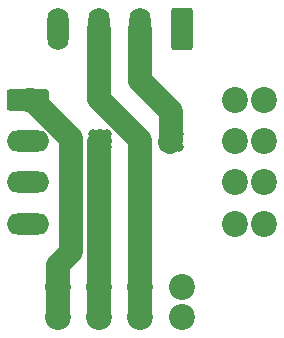
<source format=gbr>
%TF.GenerationSoftware,KiCad,Pcbnew,8.0.2*%
%TF.CreationDate,2024-10-12T15:44:43+02:00*%
%TF.ProjectId,splitX_decoder,73706c69-7458-45f6-9465-636f6465722e,rev?*%
%TF.SameCoordinates,Original*%
%TF.FileFunction,Copper,L2,Bot*%
%TF.FilePolarity,Positive*%
%FSLAX46Y46*%
G04 Gerber Fmt 4.6, Leading zero omitted, Abs format (unit mm)*
G04 Created by KiCad (PCBNEW 8.0.2) date 2024-10-12 15:44:43*
%MOMM*%
%LPD*%
G01*
G04 APERTURE LIST*
G04 Aperture macros list*
%AMRoundRect*
0 Rectangle with rounded corners*
0 $1 Rounding radius*
0 $2 $3 $4 $5 $6 $7 $8 $9 X,Y pos of 4 corners*
0 Add a 4 corners polygon primitive as box body*
4,1,4,$2,$3,$4,$5,$6,$7,$8,$9,$2,$3,0*
0 Add four circle primitives for the rounded corners*
1,1,$1+$1,$2,$3*
1,1,$1+$1,$4,$5*
1,1,$1+$1,$6,$7*
1,1,$1+$1,$8,$9*
0 Add four rect primitives between the rounded corners*
20,1,$1+$1,$2,$3,$4,$5,0*
20,1,$1+$1,$4,$5,$6,$7,0*
20,1,$1+$1,$6,$7,$8,$9,0*
20,1,$1+$1,$8,$9,$2,$3,0*%
G04 Aperture macros list end*
%TA.AperFunction,ComponentPad*%
%ADD10RoundRect,0.250000X-1.550000X0.650000X-1.550000X-0.650000X1.550000X-0.650000X1.550000X0.650000X0*%
%TD*%
%TA.AperFunction,ComponentPad*%
%ADD11O,3.600000X1.800000*%
%TD*%
%TA.AperFunction,ComponentPad*%
%ADD12C,2.200000*%
%TD*%
%TA.AperFunction,ComponentPad*%
%ADD13RoundRect,0.250000X0.650000X1.550000X-0.650000X1.550000X-0.650000X-1.550000X0.650000X-1.550000X0*%
%TD*%
%TA.AperFunction,ComponentPad*%
%ADD14O,1.800000X3.600000*%
%TD*%
%TA.AperFunction,ViaPad*%
%ADD15C,0.800000*%
%TD*%
%TA.AperFunction,Conductor*%
%ADD16C,2.000000*%
%TD*%
G04 APERTURE END LIST*
D10*
%TO.P,J101,1,Pin_1*%
%TO.N,Net-(J101-Pin_1)*%
X157000000Y-114500000D03*
D11*
%TO.P,J101,2,Pin_2*%
%TO.N,Net-(J101-Pin_2)*%
X157000000Y-118000000D03*
%TO.P,J101,3,Pin_3*%
%TO.N,Net-(J101-Pin_3)*%
X157000000Y-121500000D03*
%TO.P,J101,4,Pin_4*%
%TO.N,Net-(J101-Pin_4)*%
X157000000Y-125000000D03*
%TD*%
D12*
%TO.P,J103,1,Pin_1*%
%TO.N,Net-(J101-Pin_1)*%
X159500000Y-130400000D03*
X159500000Y-132900000D03*
%TO.P,J103,2,Pin_2*%
%TO.N,Net-(J101-Pin_2)*%
X163000000Y-130400000D03*
X163000000Y-132900000D03*
%TO.P,J103,3,Pin_3*%
%TO.N,Net-(J101-Pin_3)*%
X166500000Y-130400000D03*
X166500000Y-132900000D03*
%TO.P,J103,4,Pin_4*%
%TO.N,Net-(J101-Pin_4)*%
X170000000Y-130400000D03*
X170000000Y-132900000D03*
%TD*%
%TO.P,J104,1,Pin_1*%
%TO.N,Net-(J101-Pin_4)*%
X174500000Y-125000000D03*
X177000000Y-125000000D03*
%TO.P,J104,2,Pin_2*%
%TO.N,Net-(J101-Pin_3)*%
X174500000Y-121500000D03*
X177000000Y-121500000D03*
%TO.P,J104,3,Pin_3*%
%TO.N,Net-(J101-Pin_2)*%
X174500000Y-118000000D03*
X177000000Y-118000000D03*
%TO.P,J104,4,Pin_4*%
%TO.N,Net-(J101-Pin_1)*%
X174500000Y-114500000D03*
X177000000Y-114500000D03*
%TD*%
D13*
%TO.P,J102,1,Pin_1*%
%TO.N,Net-(J101-Pin_1)*%
X170000000Y-108500000D03*
D14*
%TO.P,J102,2,Pin_2*%
%TO.N,Net-(J101-Pin_2)*%
X166500000Y-108500000D03*
%TO.P,J102,3,Pin_3*%
%TO.N,Net-(J101-Pin_3)*%
X163000000Y-108500000D03*
%TO.P,J102,4,Pin_4*%
%TO.N,Net-(J101-Pin_4)*%
X159500000Y-108500000D03*
%TD*%
D15*
%TO.N,Net-(J101-Pin_3)*%
X165907000Y-122050000D03*
X167050000Y-120907000D03*
X165907000Y-120907000D03*
X167050000Y-122050000D03*
%TO.N,Net-(J101-Pin_2)*%
X163700000Y-118550000D03*
X163700000Y-117400000D03*
X162500000Y-117400000D03*
X162500000Y-118550000D03*
X169750000Y-117400000D03*
X168550000Y-117400000D03*
X168550000Y-118550000D03*
X169750000Y-118550000D03*
%TD*%
D16*
%TO.N,Net-(J101-Pin_1)*%
X160599999Y-117730151D02*
X157369848Y-114500000D01*
X159500000Y-132900000D02*
X159500000Y-130400000D01*
X160599999Y-127400000D02*
X160599999Y-117730151D01*
X159500000Y-130400000D02*
X159500000Y-128499999D01*
X157369848Y-114500000D02*
X157000000Y-114500000D01*
X159500000Y-128499999D02*
X160599999Y-127400000D01*
%TO.N,Net-(J101-Pin_3)*%
X166500000Y-132900000D02*
X166500000Y-121542000D01*
X163000000Y-114437258D02*
X163000000Y-108500000D01*
X166500000Y-121542000D02*
X166497000Y-121539000D01*
X166497000Y-117934258D02*
X163000000Y-114437258D01*
X166497000Y-121539000D02*
X166497000Y-117934258D01*
%TO.N,Net-(J101-Pin_2)*%
X163000000Y-118068000D02*
X163000000Y-132900000D01*
X166500000Y-108500000D02*
X166500000Y-112900000D01*
X169100000Y-115500000D02*
X169100000Y-118000000D01*
X163068000Y-118000000D02*
X163000000Y-118068000D01*
X169118000Y-118000000D02*
X169050000Y-118068000D01*
X166500000Y-112900000D02*
X169100000Y-115500000D01*
%TD*%
M02*

</source>
